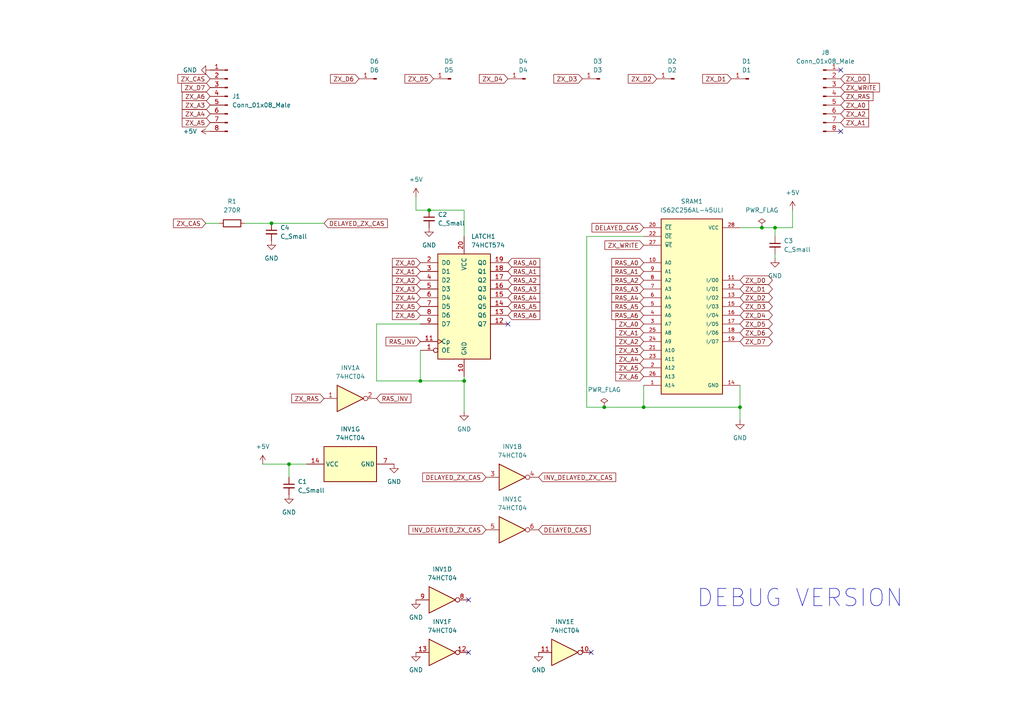
<source format=kicad_sch>
(kicad_sch (version 20211123) (generator eeschema)
  (paper "A4")
  (lib_symbols
    (symbol "74xx:74HCT04"
      (property "Reference" "U" (at 0 1.27 0))
      (property "Value" "74HCT04" (at 0 -1.27 0))
      (symbol "74HCT04_1_0"
        (polyline (pts (xy -3.81 3.81) (xy -3.81 -3.81) (xy 3.81 0) (xy -3.81 3.81)) (stroke (width 0.254)) (fill (type background)))
        (pin input line (at -7.62 0 0) (length 3.81) (name "~") (number "1"))
        (pin output inverted (at 7.62 0 180) (length 3.81) (name "~") (number "2"))
      )
      (symbol "74HCT04_2_0"
        (polyline (pts (xy -3.81 3.81) (xy -3.81 -3.81) (xy 3.81 0) (xy -3.81 3.81)) (stroke (width 0.254)) (fill (type background)))
        (pin input line (at -7.62 0 0) (length 3.81) (name "~") (number "3"))
        (pin output inverted (at 7.62 0 180) (length 3.81) (name "~") (number "4"))
      )
      (symbol "74HCT04_3_0"
        (polyline (pts (xy -3.81 3.81) (xy -3.81 -3.81) (xy 3.81 0) (xy -3.81 3.81)) (stroke (width 0.254)) (fill (type background)))
        (pin input line (at -7.62 0 0) (length 3.81) (name "~") (number "5"))
        (pin output inverted (at 7.62 0 180) (length 3.81) (name "~") (number "6"))
      )
      (symbol "74HCT04_4_0"
        (polyline (pts (xy -3.81 3.81) (xy -3.81 -3.81) (xy 3.81 0) (xy -3.81 3.81)) (stroke (width 0.254)) (fill (type background)))
        (pin output inverted (at 7.62 0 180) (length 3.81) (name "~") (number "8"))
        (pin input line (at -7.62 0 0) (length 3.81) (name "~") (number "9"))
      )
      (symbol "74HCT04_5_0"
        (polyline (pts (xy -3.81 3.81) (xy -3.81 -3.81) (xy 3.81 0) (xy -3.81 3.81)) (stroke (width 0.254)) (fill (type background)))
        (pin output inverted (at 7.62 0 180) (length 3.81) (name "~") (number "10"))
        (pin input line (at -7.62 0 0) (length 3.81) (name "~") (number "11"))
      )
      (symbol "74HCT04_6_0"
        (polyline (pts (xy -3.81 3.81) (xy -3.81 -3.81) (xy 3.81 0) (xy -3.81 3.81)) (stroke (width 0.254)) (fill (type background)))
        (pin output inverted (at 7.62 0 180) (length 3.81) (name "~") (number "12"))
        (pin input line (at -7.62 0 0) (length 3.81) (name "~") (number "13"))
      )
      (symbol "74HCT04_7_0"
        (pin power_in line (at 0 12.7 270) (length 5.08) (name "VCC") (number "14"))
        (pin power_in line (at 0 -12.7 90) (length 5.08) (name "GND") (number "7"))
      )
      (symbol "74HCT04_7_1"
        (rectangle (start -5.08 7.62) (end 5.08 -7.62) (stroke (width 0.254)) (fill (type background)))
      )
    )
    (symbol "74xx:74HCT574" (pin_names (offset 1.016))
      (property "Reference" "U" (at -7.62 16.51 0))
      (property "Value" "74HCT574" (at -7.62 -16.51 0))
      (symbol "74HCT574_1_0"
        (pin input inverted (at -12.7 -12.7 0) (length 5.08) (name "OE") (number "1"))
        (pin power_in line (at 0 -20.32 90) (length 5.08) (name "GND") (number "10"))
        (pin input clock (at -12.7 -10.16 0) (length 5.08) (name "Cp") (number "11"))
        (pin tri_state line (at 12.7 -5.08 180) (length 5.08) (name "Q7") (number "12"))
        (pin tri_state line (at 12.7 -2.54 180) (length 5.08) (name "Q6") (number "13"))
        (pin tri_state line (at 12.7 0 180) (length 5.08) (name "Q5") (number "14"))
        (pin tri_state line (at 12.7 2.54 180) (length 5.08) (name "Q4") (number "15"))
        (pin tri_state line (at 12.7 5.08 180) (length 5.08) (name "Q3") (number "16"))
        (pin tri_state line (at 12.7 7.62 180) (length 5.08) (name "Q2") (number "17"))
        (pin tri_state line (at 12.7 10.16 180) (length 5.08) (name "Q1") (number "18"))
        (pin tri_state line (at 12.7 12.7 180) (length 5.08) (name "Q0") (number "19"))
        (pin input line (at -12.7 12.7 0) (length 5.08) (name "D0") (number "2"))
        (pin power_in line (at 0 20.32 270) (length 5.08) (name "VCC") (number "20"))
        (pin input line (at -12.7 10.16 0) (length 5.08) (name "D1") (number "3"))
        (pin input line (at -12.7 7.62 0) (length 5.08) (name "D2") (number "4"))
        (pin input line (at -12.7 5.08 0) (length 5.08) (name "D3") (number "5"))
        (pin input line (at -12.7 2.54 0) (length 5.08) (name "D4") (number "6"))
        (pin input line (at -12.7 0 0) (length 5.08) (name "D5") (number "7"))
        (pin input line (at -12.7 -2.54 0) (length 5.08) (name "D6") (number "8"))
        (pin input line (at -12.7 -5.08 0) (length 5.08) (name "D7") (number "9"))
      )
      (symbol "74HCT574_1_1"
        (rectangle (start -7.62 15.24) (end 7.62 -15.24) (stroke (width 0.254)) (fill (type background)))
      )
    )
    (symbol "Connector:Conn_01x01_Male" (pin_names (offset 1.016) hide)
      (property "Reference" "J" (at 0 2.54 0))
      (property "Value" "Conn_01x01_Male" (at 0 -2.54 0))
      (symbol "Conn_01x01_Male_1_1"
        (polyline (pts (xy 1.27 0) (xy 0.8636 0)) (stroke (width 0.1524)))
        (rectangle (start 0.8636 0.127) (end 0 -0.127) (stroke (width 0.1524)) (fill (type outline)))
        (pin passive line (at 5.08 0 180) (length 3.81) (name "Pin_1") (number "1"))
      )
    )
    (symbol "Connector:Conn_01x08_Male" (pin_names (offset 1.016) hide)
      (property "Reference" "J" (at 0 10.16 0))
      (property "Value" "Conn_01x08_Male" (at 0 -12.7 0))
      (symbol "Conn_01x08_Male_1_1"
        (polyline (pts (xy 1.27 -10.16) (xy 0.8636 -10.16)) (stroke (width 0.1524)))
        (polyline (pts (xy 1.27 -7.62) (xy 0.8636 -7.62)) (stroke (width 0.1524)))
        (polyline (pts (xy 1.27 -5.08) (xy 0.8636 -5.08)) (stroke (width 0.1524)))
        (polyline (pts (xy 1.27 -2.54) (xy 0.8636 -2.54)) (stroke (width 0.1524)))
        (polyline (pts (xy 1.27 0) (xy 0.8636 0)) (stroke (width 0.1524)))
        (polyline (pts (xy 1.27 2.54) (xy 0.8636 2.54)) (stroke (width 0.1524)))
        (polyline (pts (xy 1.27 5.08) (xy 0.8636 5.08)) (stroke (width 0.1524)))
        (polyline (pts (xy 1.27 7.62) (xy 0.8636 7.62)) (stroke (width 0.1524)))
        (rectangle (start 0.8636 -10.033) (end 0 -10.287) (stroke (width 0.1524)) (fill (type outline)))
        (rectangle (start 0.8636 -7.493) (end 0 -7.747) (stroke (width 0.1524)) (fill (type outline)))
        (rectangle (start 0.8636 -4.953) (end 0 -5.207) (stroke (width 0.1524)) (fill (type outline)))
        (rectangle (start 0.8636 -2.413) (end 0 -2.667) (stroke (width 0.1524)) (fill (type outline)))
        (rectangle (start 0.8636 0.127) (end 0 -0.127) (stroke (width 0.1524)) (fill (type outline)))
        (rectangle (start 0.8636 2.667) (end 0 2.413) (stroke (width 0.1524)) (fill (type outline)))
        (rectangle (start 0.8636 5.207) (end 0 4.953) (stroke (width 0.1524)) (fill (type outline)))
        (rectangle (start 0.8636 7.747) (end 0 7.493) (stroke (width 0.1524)) (fill (type outline)))
        (pin passive line (at 5.08 7.62 180) (length 3.81) (name "Pin_1") (number "1"))
        (pin passive line (at 5.08 5.08 180) (length 3.81) (name "Pin_2") (number "2"))
        (pin passive line (at 5.08 2.54 180) (length 3.81) (name "Pin_3") (number "3"))
        (pin passive line (at 5.08 0 180) (length 3.81) (name "Pin_4") (number "4"))
        (pin passive line (at 5.08 -2.54 180) (length 3.81) (name "Pin_5") (number "5"))
        (pin passive line (at 5.08 -5.08 180) (length 3.81) (name "Pin_6") (number "6"))
        (pin passive line (at 5.08 -7.62 180) (length 3.81) (name "Pin_7") (number "7"))
        (pin passive line (at 5.08 -10.16 180) (length 3.81) (name "Pin_8") (number "8"))
      )
    )
    (symbol "Device:C_Small" (pin_numbers hide) (pin_names (offset 0.254) hide)
      (property "Reference" "C" (at 0.254 1.778 0))
      (property "Value" "C_Small" (at 0.254 -2.032 0))
      (symbol "C_Small_0_1"
        (polyline (pts (xy -1.524 -0.508) (xy 1.524 -0.508)) (stroke (width 0.3302)))
        (polyline (pts (xy -1.524 0.508) (xy 1.524 0.508)) (stroke (width 0.3048)))
      )
      (symbol "C_Small_1_1"
        (pin passive line (at 0 2.54 270) (length 2.032) (name "~") (number "1"))
        (pin passive line (at 0 -2.54 90) (length 2.032) (name "~") (number "2"))
      )
    )
    (symbol "Device:R" (pin_numbers hide) (pin_names (offset 0))
      (property "Reference" "R" (at 2.032 0 90))
      (property "Value" "R" (at 0 0 90))
      (symbol "R_0_1"
        (rectangle (start -1.016 -2.54) (end 1.016 2.54) (stroke (width 0.254)))
      )
      (symbol "R_1_1"
        (pin passive line (at 0 3.81 270) (length 1.27) (name "~") (number "1"))
        (pin passive line (at 0 -3.81 90) (length 1.27) (name "~") (number "2"))
      )
    )
    (symbol "SRAM:IS62C256AL-45ULI" (pin_names (offset 1.016))
      (property "Reference" "U" (at -7.62 25.908 0))
      (property "Value" "IS62C256AL-45ULI" (at -7.62 -27.4574 0))
      (symbol "IS62C256AL-45ULI_0_0"
        (rectangle (start -7.62 -25.4) (end 10.16 25.4) (stroke (width 0.254)) (fill (type background)))
        (pin input line (at -12.7 -22.86 0) (length 5.08) (name "A14") (number "1"))
        (pin input line (at -12.7 12.7 0) (length 5.08) (name "A0") (number "10"))
        (pin bidirectional line (at 15.24 7.62 180) (length 5.08) (name "I/O0") (number "11"))
        (pin bidirectional line (at 15.24 5.08 180) (length 5.08) (name "I/O1") (number "12"))
        (pin bidirectional line (at 15.24 2.54 180) (length 5.08) (name "I/O2") (number "13"))
        (pin power_in line (at 15.24 -22.86 180) (length 5.08) (name "GND") (number "14"))
        (pin bidirectional line (at 15.24 0 180) (length 5.08) (name "I/O3") (number "15"))
        (pin bidirectional line (at 15.24 -2.54 180) (length 5.08) (name "I/O4") (number "16"))
        (pin bidirectional line (at 15.24 -5.08 180) (length 5.08) (name "I/O5") (number "17"))
        (pin bidirectional line (at 15.24 -7.62 180) (length 5.08) (name "I/O6") (number "18"))
        (pin bidirectional line (at 15.24 -10.16 180) (length 5.08) (name "I/O7") (number "19"))
        (pin input line (at -12.7 -17.78 0) (length 5.08) (name "A12") (number "2"))
        (pin input line (at -12.7 22.86 0) (length 5.08) (name "~{CE}") (number "20"))
        (pin input line (at -12.7 -12.7 0) (length 5.08) (name "A10") (number "21"))
        (pin input line (at -12.7 20.32 0) (length 5.08) (name "~{OE}") (number "22"))
        (pin input line (at -12.7 -15.24 0) (length 5.08) (name "A11") (number "23"))
        (pin input line (at -12.7 -10.16 0) (length 5.08) (name "A9") (number "24"))
        (pin input line (at -12.7 -7.62 0) (length 5.08) (name "A8") (number "25"))
        (pin input line (at -12.7 -20.32 0) (length 5.08) (name "A13") (number "26"))
        (pin input line (at -12.7 17.78 0) (length 5.08) (name "~{WE}") (number "27"))
        (pin power_in line (at 15.24 22.86 180) (length 5.08) (name "VCC") (number "28"))
        (pin input line (at -12.7 -5.08 0) (length 5.08) (name "A7") (number "3"))
        (pin input line (at -12.7 -2.54 0) (length 5.08) (name "A6") (number "4"))
        (pin input line (at -12.7 0 0) (length 5.08) (name "A5") (number "5"))
        (pin input line (at -12.7 2.54 0) (length 5.08) (name "A4") (number "6"))
        (pin input line (at -12.7 5.08 0) (length 5.08) (name "A3") (number "7"))
        (pin input line (at -12.7 7.62 0) (length 5.08) (name "A2") (number "8"))
        (pin input line (at -12.7 10.16 0) (length 5.08) (name "A1") (number "9"))
      )
    )
    (symbol "power:+5V" (power) (pin_names (offset 0))
      (property "Value" "+5V" (at 0 3.556 0))
      (symbol "+5V_0_1"
        (polyline (pts (xy -0.762 1.27) (xy 0 2.54)))
        (polyline (pts (xy 0 0) (xy 0 2.54)))
        (polyline (pts (xy 0 2.54) (xy 0.762 1.27)))
      )
      (symbol "+5V_1_1"
        (pin power_in line (at 0 0 90) (length 0) hide (name "+5V") (number "1"))
      )
    )
    (symbol "power:GND" (power) (pin_names (offset 0))
      (property "Value" "GND" (at 0 -3.81 0))
      (symbol "GND_0_1"
        (polyline (pts (xy 0 0) (xy 0 -1.27) (xy 1.27 -1.27) (xy 0 -2.54) (xy -1.27 -1.27) (xy 0 -1.27)))
      )
      (symbol "GND_1_1"
        (pin power_in line (at 0 0 270) (length 0) hide (name "GND") (number "1"))
      )
    )
    (symbol "power:PWR_FLAG" (power) (pin_numbers hide) (pin_names (offset 0) hide)
      (property "Value" "PWR_FLAG" (at 0 3.81 0))
      (symbol "PWR_FLAG_0_0"
        (pin power_out line (at 0 0 90) (length 0) (name "pwr") (number "1"))
      )
      (symbol "PWR_FLAG_0_1"
        (polyline (pts (xy 0 0) (xy 0 1.27) (xy -1.016 1.905) (xy 0 2.54) (xy 1.016 1.905) (xy 0 1.27)))
      )
    )
  )
  (junction (at 175.26 118.11))
  (junction (at 186.69 118.11))
  (junction (at 78.74 64.77))
  (junction (at 214.63 118.11))
  (junction (at 220.98 66.04))
  (junction (at 121.92 110.49))
  (junction (at 224.79 66.04))
  (junction (at 83.82 134.62))
  (junction (at 124.46 60.96))
  (junction (at 134.62 110.49))
  (no_connect (at 147.32 93.98))
  (no_connect (at 243.84 38.1))
  (no_connect (at 243.84 20.32))
  (no_connect (at 171.45 189.23))
  (no_connect (at 135.89 173.99))
  (no_connect (at 135.89 189.23))
  (wire (pts (xy 124.46 60.96) (xy 134.62 60.96)))
  (wire (pts (xy 83.82 134.62) (xy 88.9 134.62)))
  (wire (pts (xy 134.62 60.96) (xy 134.62 68.58)))
  (wire (pts (xy 186.69 68.58) (xy 170.18 68.58)))
  (wire (pts (xy 214.63 118.11) (xy 214.63 121.92)))
  (wire (pts (xy 78.74 64.77) (xy 93.98 64.77)))
  (wire (pts (xy 121.92 93.98) (xy 109.22 93.98)))
  (wire (pts (xy 121.92 110.49) (xy 134.62 110.49)))
  (wire (pts (xy 121.92 101.6) (xy 121.92 110.49)))
  (wire (pts (xy 76.2 134.62) (xy 83.82 134.62)))
  (wire (pts (xy 134.62 110.49) (xy 134.62 119.38)))
  (wire (pts (xy 120.65 60.96) (xy 124.46 60.96)))
  (wire (pts (xy 109.22 93.98) (xy 109.22 110.49)))
  (wire (pts (xy 175.26 118.11) (xy 186.69 118.11)))
  (wire (pts (xy 134.62 109.22) (xy 134.62 110.49)))
  (wire (pts (xy 186.69 118.11) (xy 214.63 118.11)))
  (wire (pts (xy 71.12 64.77) (xy 78.74 64.77)))
  (wire (pts (xy 224.79 66.04) (xy 224.79 68.58)))
  (wire (pts (xy 224.79 66.04) (xy 229.87 66.04)))
  (wire (pts (xy 170.18 118.11) (xy 175.26 118.11)))
  (wire (pts (xy 186.69 111.76) (xy 186.69 118.11)))
  (wire (pts (xy 229.87 60.96) (xy 229.87 66.04)))
  (wire (pts (xy 59.69 64.77) (xy 63.5 64.77)))
  (wire (pts (xy 214.63 111.76) (xy 214.63 118.11)))
  (wire (pts (xy 220.98 66.04) (xy 224.79 66.04)))
  (wire (pts (xy 120.65 57.15) (xy 120.65 60.96)))
  (wire (pts (xy 109.22 110.49) (xy 121.92 110.49)))
  (wire (pts (xy 224.79 73.66) (xy 224.79 74.93)))
  (wire (pts (xy 214.63 66.04) (xy 220.98 66.04)))
  (wire (pts (xy 170.18 68.58) (xy 170.18 118.11)))
  (wire (pts (xy 83.82 134.62) (xy 83.82 138.43)))
  (text "DEBUG VERSION" (at 201.93 176.53 0) (effects (font (size 5 5)) (justify left bottom)))
  (global_label "DELAYED_CAS" (shape input) (at 156.21 153.67 0) (property "Intersheet References" "${INTERSHEET_REFS}" (effects hide)))
  (global_label "ZX_CAS" (shape input) (at 59.69 64.77 180) (property "Intersheet References" "${INTERSHEET_REFS}" (effects hide)))
  (global_label "RAS_A4" (shape input) (at 147.32 86.36 0) (property "Intersheet References" "${INTERSHEET_REFS}" (effects hide)))
  (global_label "ZX_A3" (shape input) (at 121.92 83.82 180) (property "Intersheet References" "${INTERSHEET_REFS}" (effects hide)))
  (global_label "RAS_A2" (shape input) (at 147.32 81.28 0) (property "Intersheet References" "${INTERSHEET_REFS}" (effects hide)))
  (global_label "RAS_A6" (shape input) (at 147.32 91.44 0) (property "Intersheet References" "${INTERSHEET_REFS}" (effects hide)))
  (global_label "ZX_D5" (shape input) (at 125.73 22.86 180) (property "Intersheet References" "${INTERSHEET_REFS}" (effects hide)))
  (global_label "ZX_A4" (shape input) (at 60.96 33.02 180) (property "Intersheet References" "${INTERSHEET_REFS}" (effects hide)))
  (global_label "RAS_A3" (shape input) (at 186.69 83.82 180) (property "Intersheet References" "${INTERSHEET_REFS}" (effects hide)))
  (global_label "ZX_D5" (shape bidirectional) (at 214.63 93.98 0) (property "Intersheet References" "${INTERSHEET_REFS}" (effects hide)))
  (global_label "ZX_A5" (shape input) (at 60.96 35.56 180) (property "Intersheet References" "${INTERSHEET_REFS}" (effects hide)))
  (global_label "RAS_A5" (shape input) (at 186.69 88.9 180) (property "Intersheet References" "${INTERSHEET_REFS}" (effects hide)))
  (global_label "RAS_A6" (shape input) (at 186.69 91.44 180) (property "Intersheet References" "${INTERSHEET_REFS}" (effects hide)))
  (global_label "ZX_A6" (shape input) (at 186.69 109.22 180) (property "Intersheet References" "${INTERSHEET_REFS}" (effects hide)))
  (global_label "ZX_A1" (shape input) (at 243.84 35.56 0) (property "Intersheet References" "${INTERSHEET_REFS}" (effects hide)))
  (global_label "ZX_A0" (shape input) (at 121.92 76.2 180) (property "Intersheet References" "${INTERSHEET_REFS}" (effects hide)))
  (global_label "ZX_D4" (shape input) (at 147.32 22.86 180) (property "Intersheet References" "${INTERSHEET_REFS}" (effects hide)))
  (global_label "ZX_A3" (shape input) (at 60.96 30.48 180) (property "Intersheet References" "${INTERSHEET_REFS}" (effects hide)))
  (global_label "ZX_A4" (shape input) (at 121.92 86.36 180) (property "Intersheet References" "${INTERSHEET_REFS}" (effects hide)))
  (global_label "ZX_RAS" (shape input) (at 93.98 115.57 180) (property "Intersheet References" "${INTERSHEET_REFS}" (effects hide)))
  (global_label "ZX_A0" (shape input) (at 186.69 93.98 180) (property "Intersheet References" "${INTERSHEET_REFS}" (effects hide)))
  (global_label "ZX_A5" (shape input) (at 121.92 88.9 180) (property "Intersheet References" "${INTERSHEET_REFS}" (effects hide)))
  (global_label "ZX_WRITE" (shape input) (at 186.69 71.12 180) (property "Intersheet References" "${INTERSHEET_REFS}" (effects hide)))
  (global_label "ZX_D1" (shape bidirectional) (at 214.63 83.82 0) (property "Intersheet References" "${INTERSHEET_REFS}" (effects hide)))
  (global_label "ZX_A0" (shape input) (at 243.84 30.48 0) (property "Intersheet References" "${INTERSHEET_REFS}" (effects hide)))
  (global_label "RAS_A0" (shape input) (at 147.32 76.2 0) (property "Intersheet References" "${INTERSHEET_REFS}" (effects hide)))
  (global_label "ZX_RAS" (shape input) (at 243.84 27.94 0) (property "Intersheet References" "${INTERSHEET_REFS}" (effects hide)))
  (global_label "ZX_D0" (shape bidirectional) (at 214.63 81.28 0) (property "Intersheet References" "${INTERSHEET_REFS}" (effects hide)))
  (global_label "ZX_D2" (shape input) (at 190.5 22.86 180) (property "Intersheet References" "${INTERSHEET_REFS}" (effects hide)))
  (global_label "ZX_A6" (shape input) (at 60.96 27.94 180) (property "Intersheet References" "${INTERSHEET_REFS}" (effects hide)))
  (global_label "ZX_D2" (shape bidirectional) (at 214.63 86.36 0) (property "Intersheet References" "${INTERSHEET_REFS}" (effects hide)))
  (global_label "DELAYED_ZX_CAS" (shape input) (at 93.98 64.77 0) (property "Intersheet References" "${INTERSHEET_REFS}" (effects hide)))
  (global_label "RAS_INV" (shape input) (at 121.92 99.06 180) (property "Intersheet References" "${INTERSHEET_REFS}" (effects hide)))
  (global_label "ZX_A3" (shape input) (at 186.69 101.6 180) (property "Intersheet References" "${INTERSHEET_REFS}" (effects hide)))
  (global_label "DELAYED_CAS" (shape input) (at 186.69 66.04 180) (property "Intersheet References" "${INTERSHEET_REFS}" (effects hide)))
  (global_label "ZX_D1" (shape input) (at 212.09 22.86 180) (property "Intersheet References" "${INTERSHEET_REFS}" (effects hide)))
  (global_label "DELAYED_ZX_CAS" (shape input) (at 140.97 138.43 180) (property "Intersheet References" "${INTERSHEET_REFS}" (effects hide)))
  (global_label "ZX_CAS" (shape input) (at 60.96 22.86 180) (property "Intersheet References" "${INTERSHEET_REFS}" (effects hide)))
  (global_label "RAS_A3" (shape input) (at 147.32 83.82 0) (property "Intersheet References" "${INTERSHEET_REFS}" (effects hide)))
  (global_label "ZX_D4" (shape bidirectional) (at 214.63 91.44 0) (property "Intersheet References" "${INTERSHEET_REFS}" (effects hide)))
  (global_label "ZX_D0" (shape input) (at 243.84 22.86 0) (property "Intersheet References" "${INTERSHEET_REFS}" (effects hide)))
  (global_label "INV_DELAYED_ZX_CAS" (shape input) (at 140.97 153.67 180) (property "Intersheet References" "${INTERSHEET_REFS}" (effects hide)))
  (global_label "ZX_A2" (shape input) (at 121.92 81.28 180) (property "Intersheet References" "${INTERSHEET_REFS}" (effects hide)))
  (global_label "RAS_A1" (shape input) (at 186.69 78.74 180) (property "Intersheet References" "${INTERSHEET_REFS}" (effects hide)))
  (global_label "ZX_A2" (shape input) (at 243.84 33.02 0) (property "Intersheet References" "${INTERSHEET_REFS}" (effects hide)))
  (global_label "ZX_D3" (shape bidirectional) (at 214.63 88.9 0) (property "Intersheet References" "${INTERSHEET_REFS}" (effects hide)))
  (global_label "ZX_A5" (shape input) (at 186.69 106.68 180) (property "Intersheet References" "${INTERSHEET_REFS}" (effects hide)))
  (global_label "ZX_D7" (shape input) (at 60.96 25.4 180) (property "Intersheet References" "${INTERSHEET_REFS}" (effects hide)))
  (global_label "RAS_A5" (shape input) (at 147.32 88.9 0) (property "Intersheet References" "${INTERSHEET_REFS}" (effects hide)))
  (global_label "ZX_D7" (shape bidirectional) (at 214.63 99.06 0) (property "Intersheet References" "${INTERSHEET_REFS}" (effects hide)))
  (global_label "RAS_INV" (shape input) (at 109.22 115.57 0) (property "Intersheet References" "${INTERSHEET_REFS}" (effects hide)))
  (global_label "RAS_A4" (shape input) (at 186.69 86.36 180) (property "Intersheet References" "${INTERSHEET_REFS}" (effects hide)))
  (global_label "ZX_D6" (shape input) (at 104.14 22.86 180) (property "Intersheet References" "${INTERSHEET_REFS}" (effects hide)))
  (global_label "ZX_A6" (shape input) (at 121.92 91.44 180) (property "Intersheet References" "${INTERSHEET_REFS}" (effects hide)))
  (global_label "ZX_WRITE" (shape input) (at 243.84 25.4 0) (property "Intersheet References" "${INTERSHEET_REFS}" (effects hide)))
  (global_label "ZX_D6" (shape bidirectional) (at 214.63 96.52 0) (property "Intersheet References" "${INTERSHEET_REFS}" (effects hide)))
  (global_label "ZX_A2" (shape input) (at 186.69 99.06 180) (property "Intersheet References" "${INTERSHEET_REFS}" (effects hide)))
  (global_label "RAS_A1" (shape input) (at 147.32 78.74 0) (property "Intersheet References" "${INTERSHEET_REFS}" (effects hide)))
  (global_label "ZX_A1" (shape input) (at 121.92 78.74 180) (property "Intersheet References" "${INTERSHEET_REFS}" (effects hide)))
  (global_label "INV_DELAYED_ZX_CAS" (shape input) (at 156.21 138.43 0) (property "Intersheet References" "${INTERSHEET_REFS}" (effects hide)))
  (global_label "ZX_A1" (shape input) (at 186.69 96.52 180) (property "Intersheet References" "${INTERSHEET_REFS}" (effects hide)))
  (global_label "RAS_A2" (shape input) (at 186.69 81.28 180) (property "Intersheet References" "${INTERSHEET_REFS}" (effects hide)))
  (global_label "ZX_D3" (shape input) (at 168.91 22.86 180) (property "Intersheet References" "${INTERSHEET_REFS}" (effects hide)))
  (global_label "RAS_A0" (shape input) (at 186.69 76.2 180) (property "Intersheet References" "${INTERSHEET_REFS}" (effects hide)))
  (global_label "ZX_A4" (shape input) (at 186.69 104.14 180) (property "Intersheet References" "${INTERSHEET_REFS}" (effects hide)))
  (symbol (lib_id "power:+5V") (at 60.96 38.1 90) (unit 1)
    (property "Reference" "#PWR02" (effects hide))
    (property "Value" "+5V" (at 57.15 38.0999 90) (effects (justify left)))
  )
  (symbol (lib_id "power:GND") (at 214.63 121.92 0) (unit 1)
    (property "Reference" "#PWR014" (effects hide))
    (property "Value" "GND" (at 214.63 127 0))
  )
  (symbol (lib_id "Device:C_Small") (at 83.82 140.97 0) (unit 1)
    (property "Reference" "C1" (at 86.36 139.7062 0) (effects (justify left)))
    (property "Value" "C_Small" (at 86.36 142.2462 0) (effects (justify left)))
    (property "Footprint" "Capacitor_SMD:C_1206_3216Metric" (effects hide))
  )
  (symbol (lib_id "74xx:74HCT04") (at 128.27 173.99 0) (unit 4)
    (property "Reference" "INV1" (at 128.27 165.1 0))
    (property "Value" "74HCT04" (at 128.27 167.64 0))
    (property "Footprint" "Package_SO:SOIC-14_3.9x8.7mm_P1.27mm" (effects hide))
    (property "Datasheet" "https://assets.nexperia.com/documents/data-sheet/74HC_HCT04.pdf" (effects hide))
  )
  (symbol (lib_id "74xx:74HCT04") (at 101.6 115.57 0) (unit 1)
    (property "Reference" "INV1" (at 101.6 106.68 0))
    (property "Value" "74HCT04" (at 101.6 109.22 0))
    (property "Footprint" "Package_SO:SOIC-14_3.9x8.7mm_P1.27mm" (effects hide))
    (property "Datasheet" "https://assets.nexperia.com/documents/data-sheet/74HC_HCT04.pdf" (effects hide))
  )
  (symbol (lib_id "power:PWR_FLAG") (at 220.98 66.04 0) (unit 1)
    (property "Reference" "#FLG02" (effects hide))
    (property "Value" "PWR_FLAG" (at 220.98 60.96 0))
  )
  (symbol (lib_id "74xx:74HCT04") (at 148.59 138.43 0) (unit 2)
    (property "Reference" "INV1" (at 148.59 129.54 0))
    (property "Value" "74HCT04" (at 148.59 132.08 0))
    (property "Footprint" "Package_SO:SOIC-14_3.9x8.7mm_P1.27mm" (effects hide))
    (property "Datasheet" "https://assets.nexperia.com/documents/data-sheet/74HC_HCT04.pdf" (effects hide))
  )
  (symbol (lib_id "power:GND") (at 224.79 74.93 0) (unit 1)
    (property "Reference" "#PWR015" (effects hide))
    (property "Value" "GND" (at 224.79 80.01 0))
  )
  (symbol (lib_id "power:GND") (at 83.82 143.51 0) (unit 1)
    (property "Reference" "#PWR04" (effects hide))
    (property "Value" "GND" (at 83.82 148.59 0))
  )
  (symbol (lib_id "Device:R") (at 67.31 64.77 90) (mirror x) (unit 1)
    (property "Reference" "R1" (at 67.31 58.42 90))
    (property "Value" "270R" (at 67.31 60.96 90))
    (property "Footprint" "Resistor_THT:R_Axial_DIN0207_L6.3mm_D2.5mm_P10.16mm_Horizontal" (effects hide))
  )
  (symbol (lib_id "Device:C_Small") (at 124.46 63.5 0) (unit 1)
    (property "Reference" "C2" (at 127 62.2362 0) (effects (justify left)))
    (property "Value" "C_Small" (at 127 64.7762 0) (effects (justify left)))
    (property "Footprint" "Capacitor_SMD:C_1206_3216Metric" (effects hide))
  )
  (symbol (lib_id "Connector:Conn_01x01_Male") (at 217.17 22.86 0) (mirror y) (unit 1)
    (property "Reference" "D1" (at 216.535 17.78 0))
    (property "Value" "D1" (at 216.535 20.32 0))
    (property "Footprint" "Connector_PinHeader_2.00mm:PinHeader_1x01_P2.00mm_Vertical" (effects hide))
  )
  (symbol (lib_id "Device:C_Small") (at 78.74 67.31 0) (unit 1)
    (property "Reference" "C4" (at 81.28 66.0462 0) (effects (justify left)))
    (property "Value" "C_Small" (at 81.28 68.5862 0) (effects (justify left)))
    (property "Footprint" "Capacitor_THT:C_Disc_D4.3mm_W1.9mm_P5.00mm" (effects hide))
  )
  (symbol (lib_id "power:GND") (at 114.3 134.62 0) (unit 1)
    (property "Reference" "#PWR05" (effects hide))
    (property "Value" "GND" (at 114.3 139.7 0))
  )
  (symbol (lib_id "Connector:Conn_01x01_Male") (at 109.22 22.86 0) (mirror y) (unit 1)
    (property "Reference" "D6" (at 108.585 17.78 0))
    (property "Value" "D6" (at 108.585 20.32 0))
    (property "Footprint" "Connector_PinHeader_2.00mm:PinHeader_1x01_P2.00mm_Vertical" (effects hide))
  )
  (symbol (lib_id "Connector:Conn_01x01_Male") (at 152.4 22.86 0) (mirror y) (unit 1)
    (property "Reference" "D4" (at 151.765 17.78 0))
    (property "Value" "D4" (at 151.765 20.32 0))
    (property "Footprint" "Connector_PinHeader_2.00mm:PinHeader_1x01_P2.00mm_Vertical" (effects hide))
  )
  (symbol (lib_id "Connector:Conn_01x01_Male") (at 130.81 22.86 0) (mirror y) (unit 1)
    (property "Reference" "D5" (at 130.175 17.78 0))
    (property "Value" "D5" (at 130.175 20.32 0))
    (property "Footprint" "Connector_PinHeader_2.00mm:PinHeader_1x01_P2.00mm_Vertical" (effects hide))
  )
  (symbol (lib_id "power:PWR_FLAG") (at 175.26 118.11 0) (unit 1)
    (property "Reference" "#FLG01" (effects hide))
    (property "Value" "PWR_FLAG" (at 175.26 113.03 0))
  )
  (symbol (lib_id "Connector:Conn_01x01_Male") (at 173.99 22.86 0) (mirror y) (unit 1)
    (property "Reference" "D3" (at 173.355 17.78 0))
    (property "Value" "D3" (at 173.355 20.32 0))
    (property "Footprint" "Connector_PinHeader_2.00mm:PinHeader_1x01_P2.00mm_Vertical" (effects hide))
  )
  (symbol (lib_id "power:GND") (at 120.65 189.23 0) (unit 1)
    (property "Reference" "#PWR010" (effects hide))
    (property "Value" "GND" (at 120.65 194.31 0))
  )
  (symbol (lib_id "power:GND") (at 60.96 20.32 270) (unit 1)
    (property "Reference" "#PWR01" (effects hide))
    (property "Value" "GND" (at 57.15 20.3199 90) (effects (justify right)))
  )
  (symbol (lib_id "power:+5V") (at 76.2 134.62 0) (unit 1)
    (property "Reference" "#PWR03" (effects hide))
    (property "Value" "+5V" (at 76.2 129.54 0))
  )
  (symbol (lib_id "power:GND") (at 134.62 119.38 0) (unit 1)
    (property "Reference" "#PWR011" (effects hide))
    (property "Value" "GND" (at 134.62 124.46 0))
  )
  (symbol (lib_id "Connector:Conn_01x01_Male") (at 195.58 22.86 0) (mirror y) (unit 1)
    (property "Reference" "D2" (at 194.945 17.78 0))
    (property "Value" "D2" (at 194.945 20.32 0))
    (property "Footprint" "Connector_PinHeader_2.00mm:PinHeader_1x01_P2.00mm_Vertical" (effects hide))
  )
  (symbol (lib_id "Device:C_Small") (at 224.79 71.12 0) (unit 1)
    (property "Reference" "C3" (at 227.33 69.8562 0) (effects (justify left)))
    (property "Value" "C_Small" (at 227.33 72.3962 0) (effects (justify left)))
    (property "Footprint" "Capacitor_SMD:C_1206_3216Metric" (effects hide))
  )
  (symbol (lib_id "74xx:74HCT04") (at 163.83 189.23 0) (unit 5)
    (property "Reference" "INV1" (at 163.83 180.34 0))
    (property "Value" "74HCT04" (at 163.83 182.88 0))
    (property "Footprint" "Package_SO:SOIC-14_3.9x8.7mm_P1.27mm" (effects hide))
    (property "Datasheet" "https://assets.nexperia.com/documents/data-sheet/74HC_HCT04.pdf" (effects hide))
  )
  (symbol (lib_id "power:+5V") (at 120.65 57.15 0) (unit 1)
    (property "Reference" "#PWR06" (effects hide))
    (property "Value" "+5V" (at 120.65 52.07 0))
  )
  (symbol (lib_id "power:GND") (at 124.46 66.04 0) (unit 1)
    (property "Reference" "#PWR07" (effects hide))
    (property "Value" "GND" (at 124.46 71.12 0))
  )
  (symbol (lib_id "74xx:74HCT04") (at 128.27 189.23 0) (unit 6)
    (property "Reference" "INV1" (at 128.27 180.34 0))
    (property "Value" "74HCT04" (at 128.27 182.88 0))
    (property "Footprint" "Package_SO:SOIC-14_3.9x8.7mm_P1.27mm" (effects hide))
    (property "Datasheet" "https://assets.nexperia.com/documents/data-sheet/74HC_HCT04.pdf" (effects hide))
  )
  (symbol (lib_id "power:GND") (at 78.74 69.85 0) (unit 1)
    (property "Reference" "#PWR017" (effects hide))
    (property "Value" "GND" (at 78.74 74.93 0))
  )
  (symbol (lib_id "SRAM:IS62C256AL-45ULI") (at 199.39 88.9 0) (unit 1)
    (property "Reference" "SRAM1" (at 200.66 58.42 0))
    (property "Value" "IS62C256AL-45ULI" (at 200.66 60.96 0))
    (property "Footprint" "Library:SOIC127P1210X305-28N" (effects hide))
    (property "MANUFACTURER" "ISSI" (effects hide))
  )
  (symbol (lib_id "power:GND") (at 156.21 189.23 0) (unit 1)
    (property "Reference" "#PWR013" (effects hide))
    (property "Value" "GND" (at 156.21 194.31 0))
  )
  (symbol (lib_id "power:+5V") (at 229.87 60.96 0) (unit 1)
    (property "Reference" "#PWR016" (effects hide))
    (property "Value" "+5V" (at 229.87 55.88 0))
  )
  (symbol (lib_id "power:GND") (at 120.65 173.99 0) (unit 1)
    (property "Reference" "#PWR09" (effects hide))
    (property "Value" "GND" (at 120.65 179.07 0))
  )
  (symbol (lib_id "74xx:74HCT04") (at 101.6 134.62 90) (unit 7)
    (property "Reference" "INV1" (at 101.6 124.46 90))
    (property "Value" "74HCT04" (at 101.6 127 90))
    (property "Footprint" "Package_SO:SOIC-14_3.9x8.7mm_P1.27mm" (effects hide))
    (property "Datasheet" "https://assets.nexperia.com/documents/data-sheet/74HC_HCT04.pdf" (effects hide))
  )
  (symbol (lib_id "Connector:Conn_01x08_Male") (at 66.04 27.94 0) (mirror y) (unit 1)
    (property "Reference" "J1" (at 67.31 27.9399 0) (effects (justify right)))
    (property "Value" "Conn_01x08_Male" (at 67.31 30.4799 0) (effects (justify right)))
    (property "Footprint" "Connector_PinHeader_2.54mm:PinHeader_1x08_P2.54mm_Vertical" (effects hide))
  )
  (symbol (lib_id "74xx:74HCT04") (at 148.59 153.67 0) (unit 3)
    (property "Reference" "INV1" (at 148.59 144.78 0))
    (property "Value" "74HCT04" (at 148.59 147.32 0))
    (property "Footprint" "Package_SO:SOIC-14_3.9x8.7mm_P1.27mm" (effects hide))
    (property "Datasheet" "https://assets.nexperia.com/documents/data-sheet/74HC_HCT04.pdf" (effects hide))
  )
  (symbol (lib_id "Connector:Conn_01x08_Male") (at 238.76 27.94 0) (unit 1)
    (property "Reference" "J8" (at 239.395 15.24 0))
    (property "Value" "Conn_01x08_Male" (at 239.395 17.78 0))
    (property "Footprint" "Connector_PinHeader_2.54mm:PinHeader_1x08_P2.54mm_Vertical" (effects hide))
  )
  (symbol (lib_id "74xx:74HCT574") (at 134.62 88.9 0) (unit 1)
    (property "Reference" "LATCH1" (at 136.6394 68.58 0) (effects (justify left)))
    (property "Value" "74HCT574" (at 136.6394 71.12 0) (effects (justify left)))
    (property "Footprint" "Package_SO:SO-20_5.3x12.6mm_P1.27mm" (effects hide))
    (property "Datasheet" "http://www.ti.com/lit/gpn/sn74HCT574" (effects hide))
  )
)
</source>
